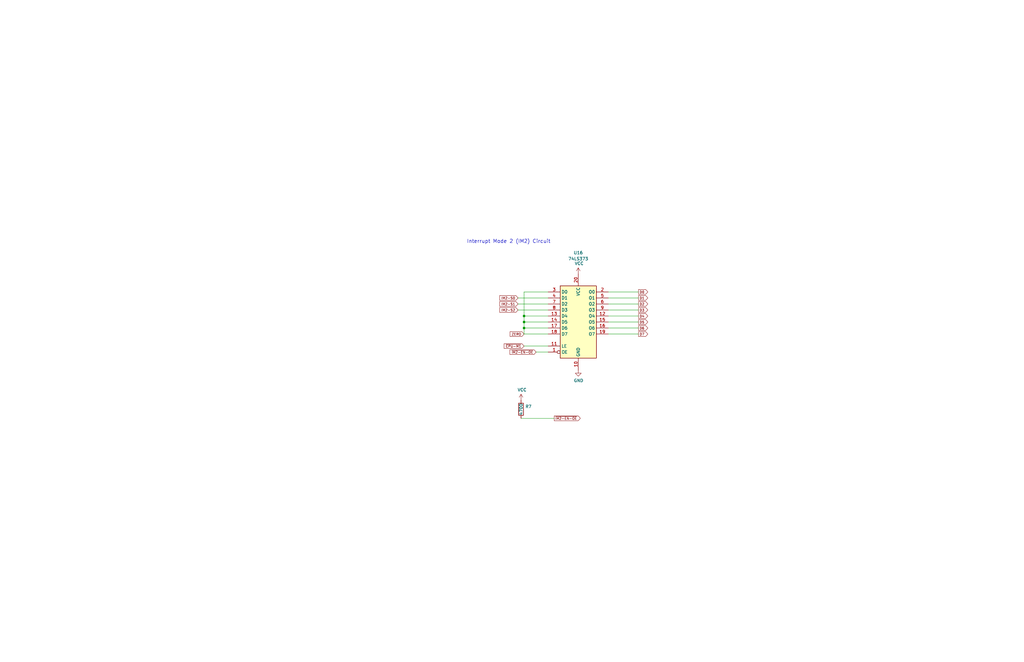
<source format=kicad_sch>
(kicad_sch (version 20211123) (generator eeschema)
  (paper "B")
  (lib_symbols
    (symbol "74xx:74LS373"
      (property "Reference" "U" (at -7.62 16.51 0))
      (property "Value" "74LS373" (at -7.62 -16.51 0))
      (symbol "74LS373_1_0"
        (pin input inverted (at -12.7 -12.7 0) (length 5.08) (name "OE") (number "1"))
        (pin power_in line (at 0 -20.32 90) (length 5.08) (name "GND") (number "10"))
        (pin input line (at -12.7 -10.16 0) (length 5.08) (name "LE") (number "11"))
        (pin tri_state line (at 12.7 2.54 180) (length 5.08) (name "O4") (number "12"))
        (pin input line (at -12.7 2.54 0) (length 5.08) (name "D4") (number "13"))
        (pin input line (at -12.7 0 0) (length 5.08) (name "D5") (number "14"))
        (pin tri_state line (at 12.7 0 180) (length 5.08) (name "O5") (number "15"))
        (pin tri_state line (at 12.7 -2.54 180) (length 5.08) (name "O6") (number "16"))
        (pin input line (at -12.7 -2.54 0) (length 5.08) (name "D6") (number "17"))
        (pin input line (at -12.7 -5.08 0) (length 5.08) (name "D7") (number "18"))
        (pin tri_state line (at 12.7 -5.08 180) (length 5.08) (name "O7") (number "19"))
        (pin tri_state line (at 12.7 12.7 180) (length 5.08) (name "O0") (number "2"))
        (pin power_in line (at 0 20.32 270) (length 5.08) (name "VCC") (number "20"))
        (pin input line (at -12.7 12.7 0) (length 5.08) (name "D0") (number "3"))
        (pin input line (at -12.7 10.16 0) (length 5.08) (name "D1") (number "4"))
        (pin tri_state line (at 12.7 10.16 180) (length 5.08) (name "O1") (number "5"))
        (pin tri_state line (at 12.7 7.62 180) (length 5.08) (name "O2") (number "6"))
        (pin input line (at -12.7 7.62 0) (length 5.08) (name "D2") (number "7"))
        (pin input line (at -12.7 5.08 0) (length 5.08) (name "D3") (number "8"))
        (pin tri_state line (at 12.7 5.08 180) (length 5.08) (name "O3") (number "9"))
      )
      (symbol "74LS373_1_1"
        (rectangle (start -7.62 15.24) (end 7.62 -15.24) (stroke (width 0.254)) (fill (type background)))
      )
    )
    (symbol "Device:R" (pin_numbers hide) (pin_names (offset 0))
      (property "Reference" "R" (at 2.032 0 90))
      (property "Value" "R" (at 0 0 90))
      (symbol "R_0_1"
        (rectangle (start -1.016 -2.54) (end 1.016 2.54) (stroke (width 0.254)))
      )
      (symbol "R_1_1"
        (pin passive line (at 0 3.81 270) (length 1.27) (name "~") (number "1"))
        (pin passive line (at 0 -3.81 90) (length 1.27) (name "~") (number "2"))
      )
    )
    (symbol "power:GND" (power) (pin_names (offset 0))
      (property "Value" "GND" (at 0 -3.81 0))
      (symbol "GND_0_1"
        (polyline (pts (xy 0 0) (xy 0 -1.27) (xy 1.27 -1.27) (xy 0 -2.54) (xy -1.27 -1.27) (xy 0 -1.27)))
      )
      (symbol "GND_1_1"
        (pin power_in line (at 0 0 270) (length 0) hide (name "GND") (number "1"))
      )
    )
    (symbol "power:VCC" (power) (pin_names (offset 0))
      (property "Value" "VCC" (at 0 3.81 0))
      (symbol "VCC_0_1"
        (polyline (pts (xy -0.762 1.27) (xy 0 2.54)))
        (polyline (pts (xy 0 0) (xy 0 2.54)))
        (polyline (pts (xy 0 2.54) (xy 0.762 1.27)))
      )
      (symbol "VCC_1_1"
        (pin power_in line (at 0 0 90) (length 0) hide (name "VCC") (number "1"))
      )
    )
  )
  (junction (at 220.98 135.89))
  (junction (at 220.98 138.43))
  (junction (at 220.98 133.35))
  (wire (pts (xy 256.54 135.89) (xy 269.24 135.89)))
  (wire (pts (xy 220.98 135.89) (xy 231.14 135.89)))
  (wire (pts (xy 220.98 133.35) (xy 231.14 133.35)))
  (wire (pts (xy 231.14 123.19) (xy 220.98 123.19)))
  (wire (pts (xy 220.98 138.43) (xy 231.14 138.43)))
  (wire (pts (xy 220.98 146.05) (xy 231.14 146.05)))
  (wire (pts (xy 226.06 148.59) (xy 231.14 148.59)))
  (wire (pts (xy 220.98 138.43) (xy 220.98 140.97)))
  (wire (pts (xy 220.98 133.35) (xy 220.98 135.89)))
  (wire (pts (xy 220.98 135.89) (xy 220.98 138.43)))
  (wire (pts (xy 218.44 128.27) (xy 231.14 128.27)))
  (wire (pts (xy 256.54 138.43) (xy 269.24 138.43)))
  (wire (pts (xy 256.54 123.19) (xy 269.24 123.19)))
  (wire (pts (xy 256.54 128.27) (xy 269.24 128.27)))
  (wire (pts (xy 218.44 130.81) (xy 231.14 130.81)))
  (wire (pts (xy 220.98 123.19) (xy 220.98 133.35)))
  (wire (pts (xy 218.44 125.73) (xy 231.14 125.73)))
  (wire (pts (xy 256.54 125.73) (xy 269.24 125.73)))
  (wire (pts (xy 219.71 176.53) (xy 233.68 176.53)))
  (wire (pts (xy 220.98 140.97) (xy 231.14 140.97)))
  (wire (pts (xy 256.54 130.81) (xy 269.24 130.81)))
  (wire (pts (xy 256.54 133.35) (xy 269.24 133.35)))
  (wire (pts (xy 256.54 140.97) (xy 269.24 140.97)))
  (text "Interrupt Mode 2 (IM2) Circuit" (at 196.85 102.87 0) (effects (font (size 1.524 1.524)) (justify left bottom)))
  (global_label "D3" (shape output) (at 269.24 130.81 0) (effects (font (size 1.016 1.016))) (property "Intersheet References" "${INTERSHEET_REFS}" (effects hide)))
  (global_label "IM2-S1" (shape input) (at 218.44 128.27 180) (effects (font (size 1.016 1.016))) (property "Intersheet References" "${INTERSHEET_REFS}" (effects hide)))
  (global_label "D6" (shape output) (at 269.24 138.43 0) (effects (font (size 1.016 1.016))) (property "Intersheet References" "${INTERSHEET_REFS}" (effects hide)))
  (global_label "D2" (shape output) (at 269.24 128.27 0) (effects (font (size 1.016 1.016))) (property "Intersheet References" "${INTERSHEET_REFS}" (effects hide)))
  (global_label "IM2-S0" (shape input) (at 218.44 125.73 180) (effects (font (size 1.016 1.016))) (property "Intersheet References" "${INTERSHEET_REFS}" (effects hide)))
  (global_label "D5" (shape output) (at 269.24 135.89 0) (effects (font (size 1.016 1.016))) (property "Intersheet References" "${INTERSHEET_REFS}" (effects hide)))
  (global_label "~{IM2-EN-OE}" (shape input) (at 226.06 148.59 180) (effects (font (size 1.016 1.016))) (property "Intersheet References" "${INTERSHEET_REFS}" (effects hide)))
  (global_label "D7" (shape output) (at 269.24 140.97 0) (effects (font (size 1.016 1.016))) (property "Intersheet References" "${INTERSHEET_REFS}" (effects hide)))
  (global_label "IM2-S2" (shape input) (at 218.44 130.81 180) (effects (font (size 1.016 1.016))) (property "Intersheet References" "${INTERSHEET_REFS}" (effects hide)))
  (global_label "D0" (shape output) (at 269.24 123.19 0) (effects (font (size 1.016 1.016))) (property "Intersheet References" "${INTERSHEET_REFS}" (effects hide)))
  (global_label "ZERO" (shape input) (at 220.98 140.97 180) (effects (font (size 1.016 1.016))) (property "Intersheet References" "${INTERSHEET_REFS}" (effects hide)))
  (global_label "~{IM2-EN-OE}" (shape output) (at 233.68 176.53 0) (effects (font (size 1.016 1.016))) (property "Intersheet References" "${INTERSHEET_REFS}" (effects hide)))
  (global_label "D4" (shape output) (at 269.24 133.35 0) (effects (font (size 1.016 1.016))) (property "Intersheet References" "${INTERSHEET_REFS}" (effects hide)))
  (global_label "~{CPU-M1}" (shape input) (at 220.98 146.05 180) (effects (font (size 1.016 1.016))) (property "Intersheet References" "${INTERSHEET_REFS}" (effects hide)))
  (global_label "D1" (shape output) (at 269.24 125.73 0) (effects (font (size 1.016 1.016))) (property "Intersheet References" "${INTERSHEET_REFS}" (effects hide)))
  (symbol (lib_id "power:GND") (at 243.84 156.21 0) (unit 1)
    (property "Reference" "#PWR0137" (effects hide))
    (property "Value" "GND" (at 243.967 160.6042 0))
  )
  (symbol (lib_id "power:VCC") (at 243.84 115.57 0) (unit 1)
    (property "Reference" "#PWR0140" (effects hide))
    (property "Value" "VCC" (at 244.221 111.1758 0))
  )
  (symbol (lib_id "74xx:74LS373") (at 243.84 135.89 0) (unit 1)
    (property "Reference" "U16" (at 243.84 106.68 0))
    (property "Value" "74LS373" (at 243.84 109.22 0))
    (property "Footprint" "Package_DIP:DIP-20_W7.62mm" (effects hide))
    (property "Datasheet" "http://www.ti.com/lit/gpn/sn74LS373" (effects hide))
  )
  (symbol (lib_id "power:VCC") (at 219.71 168.91 0) (unit 1)
    (property "Reference" "#PWR024" (effects hide))
    (property "Value" "VCC" (at 220.1418 164.5158 0))
  )
  (symbol (lib_id "Device:R") (at 219.71 172.72 0) (unit 1)
    (property "Reference" "R7" (at 221.488 171.5516 0) (effects (justify left)))
    (property "Value" "4700" (at 219.71 175.26 90) (effects (justify left)))
    (property "Footprint" "Resistor_THT:R_Axial_DIN0207_L6.3mm_D2.5mm_P7.62mm_Horizontal" (effects hide))
  )
)
</source>
